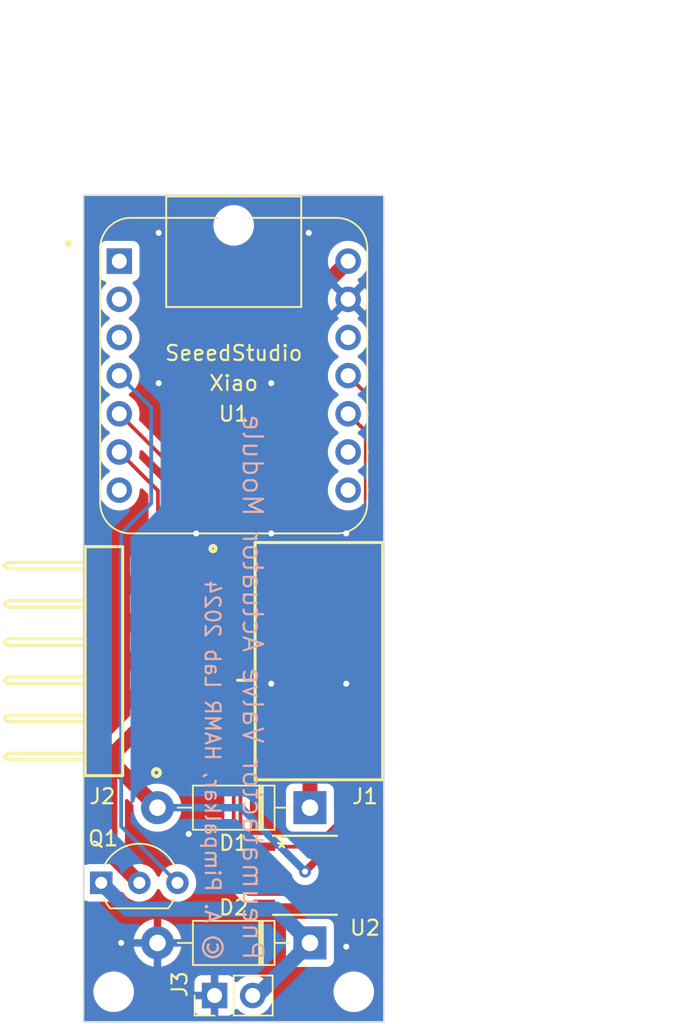
<source format=kicad_pcb>
(kicad_pcb (version 20221018) (generator pcbnew)
  (layers (0 "F.Cu" signal) (31 "B.Cu" signal) (34 "B.Paste" user) (35 "F.Paste" user) (36 "B.SilkS" user "B.Silkscreen") (37 "F.SilkS" user "F.Silkscreen") (38 "B.Mask" user) (39 "F.Mask" user) (44 "Edge.Cuts" user))
  (net 0 "")
  (net 1 "Net-(D1-K)")
  (net 2 "5V")
  (net 3 "Net-(D2-K)")
  (net 4 "GND")
  (net 5 "VALVE")
  (net 6 "SDA")
  (net 7 "SCL")
  (net 8 "D9_BUFFERED")
  (net 9 "D10_BUFFERED")
  (net 10 "D9")
  (net 11 "D10")
  (footprint "Diode_THT:D_DO-41_SOD81_P10.16mm_Horizontal" (layer "F.Cu") (at 15.08 40.75 180)
    (fp_text reference "D1" (at 5.08 -2.35) (layer "F.SilkS"))
    (fp_text value "1N4005" hide)
    (fp_line (start 1.34 0) (end 2.36 0) (stroke (width 0.12)) (layer "F.SilkS"))
    (fp_line (start 2.36 -1.47) (end 2.36 1.47) (stroke (width 0.12)) (layer "F.SilkS"))
    (fp_line (start 2.36 1.47) (end 7.8 1.47) (stroke (width 0.12)) (layer "F.SilkS"))
    (fp_line (start 3.14 -1.47) (end 3.14 1.47) (stroke (width 0.12)) (layer "F.SilkS"))
    (fp_line (start 3.26 -1.47) (end 3.26 1.47) (stroke (width 0.12)) (layer "F.SilkS"))
    (fp_line (start 3.38 -1.47) (end 3.38 1.47) (stroke (width 0.12)) (layer "F.SilkS"))
    (fp_line (start 7.8 -1.47) (end 2.36 -1.47) (stroke (width 0.12)) (layer "F.SilkS"))
    (fp_line (start 7.8 1.47) (end 7.8 -1.47) (stroke (width 0.12)) (layer "F.SilkS"))
    (fp_line (start 8.82 0) (end 7.8 0) (stroke (width 0.12)) (layer "F.SilkS"))
    (pad "1" thru_hole rect (at 0 0 180) (size 2.2 2.2) (drill 1.1) (layers "*.Cu" "*.Mask") (net 1 "Net-(D1-K)"))
    (pad "2" thru_hole oval (at 10.16 0 180) (size 2.2 2.2) (drill 1.1) (layers "*.Cu" "*.Mask") (net 2 "5V"))
  )
  (footprint "Pneumatactors:GCT_BG300-06-X-X-A_REVC" (layer "F.Cu") (at 13.7 31 -90)
    (fp_text reference "J1" (at 9 -5.05 -180) (layer "F.SilkS"))
    (fp_text value "BG300-06-X-X-A_REVC" hide)
    (fp_line (start -7.895 -6.225) (end 7.895 -6.225) (stroke (width 0.2)) (layer "F.SilkS"))
    (fp_line (start -7.895 2.275) (end -7.895 -6.225) (stroke (width 0.2)) (layer "F.SilkS"))
    (fp_line (start -7.895 2.275) (end 1.27 2.275) (stroke (width 0.2)) (layer "F.SilkS"))
    (fp_line (start 1.27 2.275) (end 7.895 2.275) (stroke (width 0.2)) (layer "F.SilkS"))
    (fp_line (start 1.27 3.447) (end 1.27 2.275) (stroke (width 0.2)) (layer "F.SilkS"))
    (fp_line (start 7.895 2.275) (end 7.895 -6.225) (stroke (width 0.2)) (layer "F.SilkS"))
    (fp_circle (center -7.493 5.08) (end -7.313391 5.08) (stroke (width 0.254)) (fill none) (layer "F.SilkS"))
    (pad "1" smd rect (at -6.35 5.225 270) (size 1 2) (layers "F.Cu" "F.Paste" "F.Mask") (net 7 "SCL"))
    (pad "2" smd rect (at -3.81 5.225 270) (size 1 2) (layers "F.Cu" "F.Paste" "F.Mask") (net 6 "SDA"))
    (pad "3" smd rect (at -1.27 5.225 270) (size 1 2) (layers "F.Cu" "F.Paste" "F.Mask") (net 10 "D9"))
    (pad "4" smd rect (at 1.27 5.225 270) (size 1 2) (layers "F.Cu" "F.Paste" "F.Mask") (net 11 "D10"))
    (pad "5" smd rect (at 3.81 5.225 270) (size 1 2) (layers "F.Cu" "F.Paste" "F.Mask") (net 2 "5V"))
    (pad "6" smd rect (at 6.35 5.225 270) (size 1 2) (layers "F.Cu" "F.Paste" "F.Mask") (net 4 "GND"))
  )
  (footprint "MountingHole:MountingHole_2.2mm_M2_ISO14580" (layer "F.Cu") (at 2 53)
    (fp_text reference "H3" hide)
    (fp_text value "MountingHole" hide)
    (pad "" np_thru_hole circle (at 0 0) (size 2.2 2.2) (drill 2.2) (layers "*.Cu" "*.Mask"))
  )
  (footprint "Package_TO_SOT_THT:TO-92L_Inline_Wide" (layer "F.Cu") (at 1.17 45.75)
    (fp_text reference "Q1" (at 0.13 -2.95) (layer "F.SilkS"))
    (fp_text value "KSC5019MTA" hide)
    (fp_line (start 0.6 1.7) (end 4.45 1.7) (stroke (width 0.12)) (layer "F.SilkS"))
    (fp_arc (start 0.1836 -1.098807) (mid 1.143021 -2.192817) (end 2.54 -2.6) (stroke (width 0.12)) (layer "F.SilkS"))
    (fp_arc (start 0.6 1.7) (mid 0.389183 1.423933) (end 0.217369 1.122045) (stroke (width 0.12)) (layer "F.SilkS"))
    (fp_arc (start 2.54 -2.6) (mid 3.936979 -2.192818) (end 4.8964 -1.098807) (stroke (width 0.12)) (layer "F.SilkS"))
    (fp_arc (start 4.842383 1.112264) (mid 4.666594 1.419753) (end 4.45 1.7) (stroke (width 0.12)) (layer "F.SilkS"))
    (pad "1" thru_hole rect (at 0 0) (size 1.5 1.5) (drill 0.8) (layers "*.Cu" "*.Mask") (net 3 "Net-(D2-K)"))
    (pad "2" thru_hole circle (at 2.54 0) (size 1.5 1.5) (drill 0.8) (layers "*.Cu" "*.Mask") (net 2 "5V"))
    (pad "3" thru_hole circle (at 5.08 0) (size 1.5 1.5) (drill 0.8) (layers "*.Cu" "*.Mask") (net 5 "VALVE"))
  )
  (footprint "MountingHole:MountingHole_2.2mm_M2_ISO14580" (layer "F.Cu") (at 18 53)
    (fp_text reference "H2" hide)
    (fp_text value "MountingHole" hide)
    (pad "" np_thru_hole circle (at 0 0) (size 2.2 2.2) (drill 2.2) (layers "*.Cu" "*.Mask"))
  )
  (footprint "Connector_PinHeader_2.54mm:PinHeader_1x02_P2.54mm_Vertical" (layer "F.Cu") (at 8.725 53.25 90)
    (fp_text reference "J3" (at 0.75 -2.33 90) (layer "F.SilkS"))
    (fp_text value "Conn_01x02_Pin" hide)
    (fp_line (start -1.33 -1.33) (end 0 -1.33) (stroke (width 0.12)) (layer "F.SilkS"))
    (fp_line (start -1.33 0) (end -1.33 -1.33) (stroke (width 0.12)) (layer "F.SilkS"))
    (fp_line (start -1.33 1.27) (end -1.33 3.87) (stroke (width 0.12)) (layer "F.SilkS"))
    (fp_line (start -1.33 1.27) (end 1.33 1.27) (stroke (width 0.12)) (layer "F.SilkS"))
    (fp_line (start -1.33 3.87) (end 1.33 3.87) (stroke (width 0.12)) (layer "F.SilkS"))
    (fp_line (start 1.33 1.27) (end 1.33 3.87) (stroke (width 0.12)) (layer "F.SilkS"))
    (pad "1" thru_hole rect (at 0 0 90) (size 1.7 1.7) (drill 1) (layers "*.Cu" "*.Mask") (net 4 "GND"))
    (pad "2" thru_hole oval (at 0 2.54 90) (size 1.7 1.7) (drill 1) (layers "*.Cu" "*.Mask") (net 3 "Net-(D2-K)"))
  )
  (footprint "Pneumatactors:SOIC_58BAIDR_TEX_LM358" (layer "F.Cu") (at 14.75 45.25)
    (fp_text reference "U2" (at 4 3.5 unlocked) (layer "F.SilkS"))
    (fp_text value "LM358" hide)
    (fp_text user "*" (at -1.55 -1.75) (layer "F.SilkS"))
    (fp_line (start -2.1209 2.6289) (end 2.1209 2.6289) (stroke (width 0.1524)) (layer "F.SilkS"))
    (fp_line (start 2.1209 -2.6289) (end -2.1209 -2.6289) (stroke (width 0.1524)) (layer "F.SilkS"))
    (pad "1" smd rect (at -2.72415 -1.905) (size 1.4605 0.5588) (layers "F.Cu" "F.Paste" "F.Mask") (net 8 "D9_BUFFERED"))
    (pad "2" smd rect (at -2.72415 -0.635) (size 1.4605 0.5588) (layers "F.Cu" "F.Paste" "F.Mask") (net 8 "D9_BUFFERED"))
    (pad "3" smd rect (at -2.72415 0.635) (size 1.4605 0.5588) (layers "F.Cu" "F.Paste" "F.Mask") (net 10 "D9"))
    (pad "4" smd rect (at -2.72415 1.905) (size 1.4605 0.5588) (layers "F.Cu" "F.Paste" "F.Mask") (net 4 "GND"))
    (pad "5" smd rect (at 2.72415 1.905) (size 1.4605 0.5588) (layers "F.Cu" "F.Paste" "F.Mask") (net 11 "D10"))
    (pad "6" smd rect (at 2.72415 0.635) (size 1.4605 0.5588) (layers "F.Cu" "F.Paste" "F.Mask") (net 9 "D10_BUFFERED"))
    (pad "7" smd rect (at 2.72415 -0.635) (size 1.4605 0.5588) (layers "F.Cu" "F.Paste" "F.Mask") (net 9 "D10_BUFFERED"))
    (pad "8" smd rect (at 2.72415 -1.905) (size 1.4605 0.5588) (layers "F.Cu" "F.Paste" "F.Mask") (net 2 "5V"))
  )
  (footprint "MountingHole:MountingHole_2.2mm_M2_ISO14580" (layer "F.Cu") (at 10 2)
    (fp_text reference "H1" hide)
    (fp_text value "MountingHole" hide)
    (pad "" np_thru_hole circle (at 0 0) (size 2.2 2.2) (drill 2.2) (layers "*.Cu" "*.Mask"))
  )
  (footprint "Diode_THT:D_DO-41_SOD81_P10.16mm_Horizontal" (layer "F.Cu") (at 15.08 49.75 180)
    (fp_text reference "D2" (at 5.08 2.35) (layer "F.SilkS"))
    (fp_text value "1N4005" hide)
    (fp_line (start 1.34 0) (end 2.36 0) (stroke (width 0.12)) (layer "F.SilkS"))
    (fp_line (start 2.36 -1.47) (end 2.36 1.47) (stroke (width 0.12)) (layer "F.SilkS"))
    (fp_line (start 2.36 1.47) (end 7.8 1.47) (stroke (width 0.12)) (layer "F.SilkS"))
    (fp_line (start 3.14 -1.47) (end 3.14 1.47) (stroke (width 0.12)) (layer "F.SilkS"))
    (fp_line (start 3.26 -1.47) (end 3.26 1.47) (stroke (width 0.12)) (layer "F.SilkS"))
    (fp_line (start 3.38 -1.47) (end 3.38 1.47) (stroke (width 0.12)) (layer "F.SilkS"))
    (fp_line (start 7.8 -1.47) (end 2.36 -1.47) (stroke (width 0.12)) (layer "F.SilkS"))
    (fp_line (start 7.8 1.47) (end 7.8 -1.47) (stroke (width 0.12)) (layer "F.SilkS"))
    (fp_line (start 8.82 0) (end 7.8 0) (stroke (width 0.12)) (layer "F.SilkS"))
    (pad "1" thru_hole rect (at 0 0 180) (size 2.2 2.2) (drill 1.1) (layers "*.Cu" "*.Mask") (net 3 "Net-(D2-K)"))
    (pad "2" thru_hole oval (at 10.16 0 180) (size 2.2 2.2) (drill 1.1) (layers "*.Cu" "*.Mask") (net 4 "GND"))
  )
  (footprint "Xiao:XIAO-Generic-Thruhole-14P-2.54-21X17.8MM" (layer "F.Cu") (at 10 12)
    (fp_text reference "U1" (at 0 2.54) (layer "F.SilkS"))
    (fp_text value "SeeeduinoXIAO" hide)
    (fp_text user "SeeedStudio" (at 0 -1.5 unlocked) (layer "F.SilkS"))
    (fp_text user "Xiao" (at 0 0.5 unlocked) (layer "F.SilkS"))
    (fp_line (start -8.9 -8.5) (end -8.9 8.5) (stroke (width 0.127)) (layer "F.SilkS"))
    (fp_line (start -6.9 10.5) (end 6.9 10.5) (stroke (width 0.127)) (layer "F.SilkS"))
    (fp_line (start -4.5 -11.92403) (end 4.5 -11.92403) (stroke (width 0.127)) (layer "F.SilkS"))
    (fp_line (start -4.5 -4.57073) (end -4.5 -11.92403) (stroke (width 0.127)) (layer "F.SilkS"))
    (fp_line (start 4.5 -11.92403) (end 4.5 -4.57073) (stroke (width 0.127)) (layer "F.SilkS"))
    (fp_line (start 4.5 -4.57073) (end -4.5 -4.57073) (stroke (width 0.127)) (layer "F.SilkS"))
    (fp_line (start 6.9 -10.49909) (end -6.9 -10.49909) (stroke (width 0.127)) (layer "F.SilkS"))
    (fp_line (start 8.9 8.5) (end 8.9 -8.5) (stroke (width 0.127)) (layer "F.SilkS"))
    (fp_arc (start -8.9 -8.5) (mid -8.301491 -9.901491) (end -6.9 -10.5) (stroke (width 0.12)) (layer "F.SilkS"))
    (fp_arc (start -6.9 10.5) (mid -8.301423 9.901423) (end -8.9 8.5) (stroke (width 0.12)) (layer "F.SilkS"))
    (fp_arc (start 6.9 -10.5) (mid 8.301491 -9.901491) (end 8.9 -8.5) (stroke (width 0.12)) (layer "F.SilkS"))
    (fp_arc (start 8.9 8.5) (mid 8.314214 9.914214) (end 6.9 10.5) (stroke (width 0.12)) (layer "F.SilkS"))
    (fp_circle (center -11 -8.8) (end -11 -9.054) (fill solid) (layer "F.SilkS"))
    (fp_poly (pts (xy -8.887715 -8.561705) (xy -8.884667 -8.610473) (xy -8.880603 -8.659494)) (stroke (width 0.0254)) (fill none) (layer "F.SilkS"))
    (fp_poly (pts (xy 8.889492 8.521574) (xy 8.887713 8.57085) (xy 8.884665 8.619618) (xy 8.880601 8.668639) (xy 8.875268 8.717407) (xy 8.868664 8.766175) (xy 8.861044 8.81469) (xy 8.852153 8.86295) (xy 8.842248 8.910955)) (stroke (width 0.0254)) (fill none) (layer "F.SilkS"))
    (pad "1" thru_hole rect (at -7.625 -7.62) (size 1.7 1.7) (drill 1) (layers "*.Cu" "*.Mask"))
    (pad "2" thru_hole circle (at -7.625 -5.08) (size 1.7 1.7) (drill 1) (layers "*.Cu" "*.Mask"))
    (pad "3" thru_hole circle (at -7.625 -2.54) (size 1.7 1.7) (drill 1) (layers "*.Cu" "*.Mask"))
    (pad "4" thru_hole circle (at -7.625 0) (size 1.7 1.7) (drill 1) (layers "*.Cu" "*.Mask") (net 5 "VALVE"))
    (pad "5" thru_hole circle (at -7.625 2.54) (size 1.7 1.7) (drill 1) (layers "*.Cu" "*.Mask") (net 6 "SDA"))
    (pad "6" thru_hole circle (at -7.625 5.08 180) (size 1.7 1.7) (drill 1) (layers "*.Cu" "*.Mask") (net 7 "SCL"))
    (pad "7" thru_hole circle (at -7.625 7.62) (size 1.7 1.7) (drill 1) (layers "*.Cu" "*.Mask"))
    (pad "8" thru_hole circle (at 7.625 7.62) (size 1.7 1.7) (drill 1) (layers "*.Cu" "*.Mask"))
    (pad "9" thru_hole circle (at 7.625 5.08) (size 1.7 1.7) (drill 1) (layers "*.Cu" "*.Mask"))
    (pad "10" thru_hole circle (at 7.625 2.54) (size 1.7 1.7) (drill 1) (layers "*.Cu" "*.Mask") (net 8 "D9_BUFFERED"))
    (pad "11" thru_hole circle (at 7.625 0) (size 1.7 1.7) (drill 1) (layers "*.Cu" "*.Mask") (net 9 "D10_BUFFERED"))
    (pad "12" thru_hole circle (at 7.625 -2.54) (size 1.7 1.7) (drill 1) (layers "*.Cu" "*.Mask"))
    (pad "13" thru_hole circle (at 7.625 -5.08) (size 1.7 1.7) (drill 1) (layers "*.Cu" "*.Mask") (net 4 "GND"))
    (pad "14" thru_hole circle (at 7.625 -7.62) (size 1.7 1.7) (drill 1) (layers "*.Cu" "*.Mask") (net 1 "Net-(D1-K)"))
  )
  (footprint "Pneumatactors:GCT_BG301-06-X-XXXX-X-X_REVC" (layer "F.Cu") (at 4.85 31 90)
    (fp_text reference "J2" (at -9 -3.6 180) (layer "F.SilkS"))
    (fp_text value "BG301-06-X-XXXX-X-X_REVC" hide)
    (fp_line (start -7.62 -4.75) (end 1.49 -4.75) (stroke (width 0.2)) (layer "F.SilkS"))
    (fp_line (start -7.62 -2.25) (end -7.62 -4.75) (stroke (width 0.2)) (layer "F.SilkS"))
    (fp_line (start -7.62 -2.25) (end 7.62 -2.25) (stroke (width 0.2)) (layer "F.SilkS"))
    (fp_line (start -6.57 -9.93) (end -6.34714 -10.15) (stroke (width 0.2)) (layer "F.SilkS"))
    (fp_line (start -6.57 -4.75) (end -6.57 -9.93) (stroke (width 0.2)) (layer "F.SilkS"))
    (fp_line (start -6.34714 -10.15) (end -6.13 -9.93) (stroke (width 0.2)) (layer "F.SilkS"))
    (fp_line (start -6.13 -4.75) (end -6.13 -9.93) (stroke (width 0.2)) (layer "F.SilkS"))
    (fp_line (start -4.03 -9.93) (end -3.80714 -10.15) (stroke (width 0.2)) (layer "F.SilkS"))
    (fp_line (start -4.03 -4.75) (end -4.03 -9.93) (stroke (width 0.2)) (layer "F.SilkS"))
    (fp_line (start -3.80714 -10.15) (end -3.59 -9.93) (stroke (width 0.2)) (layer "F.SilkS"))
    (fp_line (start -3.59 -4.75) (end -3.59 -9.93) (stroke (width 0.2)) (layer "F.SilkS"))
    (fp_line (start -1.49 -9.93) (end -1.26714 -10.15) (stroke (width 0.2)) (layer "F.SilkS"))
    (fp_line (start -1.49 -4.75) (end -1.49 -9.93) (stroke (width 0.2)) (layer "F.SilkS"))
    (fp_line (start -1.26714 -10.15) (end -1.05 -9.93) (stroke (width 0.2)) (layer "F.SilkS"))
    (fp_line (start -1.05 -4.75) (end -1.05 -9.93) (stroke (width 0.2)) (layer "F.SilkS"))
    (fp_line (start 1.05 -9.93) (end 1.27286 -10.15) (stroke (width 0.2)) (layer "F.SilkS"))
    (fp_line (start 1.05 -4.75) (end 1.05 -9.93) (stroke (width 0.2)) (layer "F.SilkS"))
    (fp_line (start 1.27286 -10.15) (end 1.49 -9.93) (stroke (width 0.2)) (layer "F.SilkS"))
    (fp_line (start 1.49 -4.75) (end 1.49 -9.93) (stroke (width 0.2)) (layer "F.SilkS"))
    (fp_line (start 1.49 -4.75) (end 3.59 -4.75) (stroke (width 0.2)) (layer "F.SilkS"))
    (fp_line (start 3.59 -9.93) (end 3.81286 -10.15) (stroke (width 0.2)) (layer "F.SilkS"))
    (fp_line (start 3.59 -4.75) (end 3.59 -9.93) (stroke (width 0.2)) (layer "F.SilkS"))
    (fp_line (start 3.59 -4.75) (end 4.03 -4.75) (stroke (width 0.2)) (layer "F.SilkS"))
    (fp_line (start 3.81286 -10.15) (end 4.03 -9.93) (stroke (width 0.2)) (layer "F.SilkS"))
    (fp_line (start 4.03 -4.75) (end 4.03 -9.93) (stroke (width 0.2)) (layer "F.SilkS"))
    (fp_line (start 4.03 -4.75) (end 6.13 -4.75) (stroke (width 0.2)) (layer "F.SilkS"))
    (fp_line (start 6.13 -9.93) (end 6.35286 -10.15) (stroke (width 0.2)) (layer "F.SilkS"))
    (fp_line (start 6.13 -4.75) (end 6.13 -9.93) (stroke (width 0.2)) (layer "F.SilkS"))
    (fp_line (start 6.13 -4.75) (end 6.57 -4.75) (stroke (width 0.2)) (layer "F.SilkS"))
    (fp_line (start 6.35286 -10.15) (end 6.57 -9.93) (stroke (width 0.2)) (layer "F.SilkS"))
    (fp_line (start 6.57 -4.75) (end 6.57 -9.93) (stroke (width 0.2)) (layer "F.SilkS"))
    (fp_line (start 6.57 -4.75) (end 7.62 -4.75) (stroke (width 0.2)) (layer "F.SilkS"))
    (fp_line (start 7.62 -2.25) (end 7.62 -4.75) (stroke (width 0.2)) (layer "F.SilkS"))
    (fp_circle (center -7.42 0) (end -7.3 0) (stroke (width 0.25)) (fill none) (layer "F.SilkS"))
    (pad "1" smd rect (at -6.35 0 90) (size 1 2.5) (layers "F.Cu" "F.Paste" "F.Mask") (net 4 "GND"))
    (pad "2" smd rect (at -3.81 0 90) (size 1 2.5) (layers "F.Cu" "F.Paste" "F.Mask") (net 2 "5V"))
    (pad "3" smd rect (at -1.27 0 90) (size 1 2.5) (layers "F.Cu" "F.Paste" "F.Mask") (net 11 "D10"))
    (pad "4" smd rect (at 1.27 0 90) (size 1 2.5) (layers "F.Cu" "F.Paste" "F.Mask") (net 10 "D9"))
    (pad "5" smd rect (at 3.81 0 90) (size 1 2.5) (layers "F.Cu" "F.Paste" "F.Mask") (net 6 "SDA"))
    (pad "6" smd rect (at 6.35 0 90) (size 1 2.5) (layers "F.Cu" "F.Paste" "F.Mask") (net 7 "SCL"))
  )
  (gr_rect (start 0 0) (end 20 55) (stroke (width 0.1)) (fill none) (layer "Edge.Cuts"))
  (gr_text "Pneumatactor Valve Actuator Module" (at 10.5 51 270) (layer "B.SilkS") (effects (font (size 1.3 1.3)) (justify left bottom mirror)))
  (gr_text "© A. Pimpalkar, HAMR Lab 2024" (at 8 51 270) (layer "B.SilkS") (effects (font (size 1 1)) (justify left bottom mirror)))
  (segment (start 17.625 4.38) (end 15.08 6.925) (width 1) (layer "F.Cu") (net 1))
  (segment (start 15.08 6.925) (end 15.08 40.75) (width 1) (layer "F.Cu") (net 1))
  (segment (start 1.75 37.58) (end 4.92 40.75) (width 1) (layer "F.Cu") (net 2))
  (segment (start 16.405 43.345) (end 14.75 45) (width 0.5) (layer "F.Cu") (net 2))
  (segment (start 4.34 34.81) (end 4.95 34.81) (width 1) (layer "F.Cu") (net 2))
  (segment (start 4.95 34.81) (end 8.275 34.81) (width 0.5) (layer "F.Cu") (net 2))
  (segment (start 1.75 37.4) (end 1.75 37.58) (width 1) (layer "F.Cu") (net 2))
  (segment (start 1.75 43.79) (end 1.75 37.4) (width 1) (layer "F.Cu") (net 2))
  (segment (start 17.47415 43.345) (end 16.405 43.345) (width 0.5) (layer "F.Cu") (net 2))
  (segment (start 3.71 45.75) (end 1.75 43.79) (width 1) (layer "F.Cu") (net 2))
  (segment (start 1.75 37.4) (end 4.34 34.81) (width 1) (layer "F.Cu") (net 2))
  (via (at 14.75 45) (size 0.8) (drill 0.4) (layers "F.Cu" "B.Cu") (net 2))
  (segment (start 14.75 45) (end 10.5 40.75) (width 0.5) (layer "B.Cu") (net 2))
  (segment (start 10.5 40.75) (end 4.92 40.75) (width 0.5) (layer "B.Cu") (net 2))
  (segment (start 12.83 47.5) (end 15.08 49.75) (width 1) (layer "B.Cu") (net 3))
  (segment (start 2.92 47.5) (end 12.83 47.5) (width 1) (layer "B.Cu") (net 3))
  (segment (start 11.58 53.25) (end 15.08 49.75) (width 1) (layer "B.Cu") (net 3))
  (segment (start 15.08 49.75) (end 14.765 49.75) (width 0.5) (layer "B.Cu") (net 3))
  (segment (start 1.17 45.75) (end 2.92 47.5) (width 1) (layer "B.Cu") (net 3))
  (segment (start 11.265 53.25) (end 11.58 53.25) (width 1) (layer "B.Cu") (net 3))
  (segment (start 12.02585 47.155) (end 11.3862 47.155) (width 0.5) (layer "F.Cu") (net 4))
  (via (at 5 2.5) (size 0.8) (drill 0.4) (layers "F.Cu" "B.Cu") (net 4))
  (via (at 17.5 50) (size 0.8) (drill 0.4) (layers "F.Cu" "B.Cu") (net 4))
  (via (at 12.5 12.5) (size 0.8) (drill 0.4) (layers "F.Cu" "B.Cu") (net 4))
  (via (at 17.5 22.5) (size 0.8) (drill 0.4) (layers "F.Cu" "B.Cu") (net 4))
  (via (at 12.5 22.5) (size 0.8) (drill 0.4) (layers "F.Cu" "B.Cu") (net 4))
  (via (at 15 2.5) (size 0.8) (drill 0.4) (layers "F.Cu" "B.Cu") (net 4))
  (via (at 17.5 32.5) (size 0.8) (drill 0.4) (layers "F.Cu" "B.Cu") (net 4))
  (via (at 7.5 22.5) (size 0.8) (drill 0.4) (layers "F.Cu" "B.Cu") (net 4))
  (via (at 2.5 49.75) (size 0.8) (drill 0.4) (layers "F.Cu" "B.Cu") (net 4))
  (via (at 7 42.5) (size 0.8) (drill 0.4) (layers "F.Cu" "B.Cu") (net 4))
  (via (at 5 12.5) (size 0.8) (drill 0.4) (layers "F.Cu" "B.Cu") (net 4))
  (via (at 12.5 32.5) (size 0.8) (drill 0.4) (layers "F.Cu" "B.Cu") (net 4))
  (segment (start 2.5 22.5) (end 2.5 42) (width 0.25) (layer "B.Cu") (net 5))
  (segment (start 2.5 42) (end 6.25 45.75) (width 0.25) (layer "B.Cu") (net 5))
  (segment (start 4.5 20.5) (end 2.5 22.5) (width 0.25) (layer "B.Cu") (net 5))
  (segment (start 2.375 12) (end 4.5 14.125) (width 0.25) (layer "B.Cu") (net 5))
  (segment (start 4.5 14.125) (end 4.5 20.5) (width 0.25) (layer "B.Cu") (net 5))
  (segment (start 2.375 14.54) (end 10.25 22.415) (width 0.25) (layer "F.Cu") (net 6))
  (segment (start 10.25 22.415) (end 10.25 25.215) (width 0.25) (layer "F.Cu") (net 6))
  (segment (start 4.95 27.19) (end 8.275 27.19) (width 0.5) (layer "F.Cu") (net 6))
  (segment (start 10.25 25.215) (end 8.275 27.19) (width 0.25) (layer "F.Cu") (net 6))
  (segment (start 2.375 17.08) (end 4.95 19.655) (width 0.25) (layer "F.Cu") (net 7))
  (segment (start 4.95 19.655) (end 4.95 24.65) (width 0.25) (layer "F.Cu") (net 7))
  (segment (start 4.95 24.65) (end 8.275 24.65) (width 0.5) (layer "F.Cu") (net 7))
  (segment (start 18.8 39.88) (end 15.335 43.345) (width 0.25) (layer "F.Cu") (net 8))
  (segment (start 12.02585 44.615) (end 12.02585 43.345) (width 0.25) (layer "F.Cu") (net 8))
  (segment (start 18.8 15.715) (end 18.8 39.88) (width 0.25) (layer "F.Cu") (net 8))
  (segment (start 15.335 43.345) (end 12.02585 43.345) (width 0.25) (layer "F.Cu") (net 8))
  (segment (start 17.625 14.54) (end 18.8 15.715) (width 0.25) (layer "F.Cu") (net 8))
  (segment (start 19.25 43.29) (end 17.925 44.615) (width 0.25) (layer "F.Cu") (net 9))
  (segment (start 17.925 44.615) (end 17.47415 44.615) (width 0.25) (layer "F.Cu") (net 9))
  (segment (start 17.47415 44.615) (end 17.47415 45.885) (width 0.25) (layer "F.Cu") (net 9))
  (segment (start 17.625 12) (end 19.25 13.625) (width 0.25) (layer "F.Cu") (net 9))
  (segment (start 19.25 13.625) (end 19.25 43.29) (width 0.25) (layer "F.Cu") (net 9))
  (segment (start 12.02585 45.885) (end 11.002596 45.885) (width 0.25) (layer "F.Cu") (net 10))
  (segment (start 11.002596 45.885) (end 10.45 45.332404) (width 0.25) (layer "F.Cu") (net 10))
  (segment (start 10.45 45.332404) (end 10.45 31.905) (width 0.25) (layer "F.Cu") (net 10))
  (segment (start 10.45 31.905) (end 8.275 29.73) (width 0.25) (layer "F.Cu") (net 10))
  (segment (start 4.95 29.73) (end 8.275 29.73) (width 0.5) (layer "F.Cu") (net 10))
  (segment (start 16.80855 46.4894) (end 10.9706 46.4894) (width 0.25) (layer "F.Cu") (net 11))
  (segment (start 10 45.5188) (end 10 33.995) (width 0.25) (layer "F.Cu") (net 11))
  (segment (start 10.9706 46.4894) (end 10 45.5188) (width 0.25) (layer "F.Cu") (net 11))
  (segment (start 10 33.995) (end 8.275 32.27) (width 0.25) (layer "F.Cu") (net 11))
  (segment (start 4.95 32.27) (end 8.275 32.27) (width 0.5) (layer "F.Cu") (net 11))
  (segment (start 17.47415 47.155) (end 16.80855 46.4894) (width 0.25) (layer "F.Cu") (net 11))
  (zone (net 4) (net_name "GND") (layer "F.Cu") (connect_pads (clearance 0.5)) (min_thickness 0.25) (fill yes (thermal_gap 0.5) (thermal_bridge_width 0.5))
    (polygon (pts (xy 0 0) (xy 20 0) (xy 20 55) (xy 0 55)))
  )
  (zone (net 4) (net_name "GND") (layer "B.Cu") (priority 1) (connect_pads (clearance 0.5)) (min_thickness 0.25) (fill yes (thermal_gap 0.5) (thermal_bridge_width 0.5))
    (polygon (pts (xy 0 0) (xy 0 55) (xy 20 55) (xy 20 0)))
  )
)
</source>
